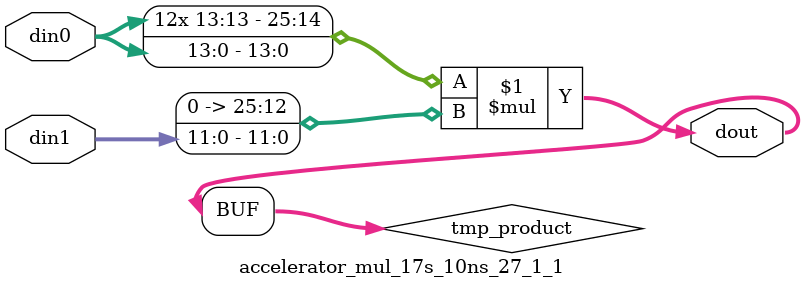
<source format=v>

`timescale 1 ns / 1 ps

  module accelerator_mul_17s_10ns_27_1_1(din0, din1, dout);
parameter ID = 1;
parameter NUM_STAGE = 0;
parameter din0_WIDTH = 14;
parameter din1_WIDTH = 12;
parameter dout_WIDTH = 26;

input [din0_WIDTH - 1 : 0] din0; 
input [din1_WIDTH - 1 : 0] din1; 
output [dout_WIDTH - 1 : 0] dout;

wire signed [dout_WIDTH - 1 : 0] tmp_product;












assign tmp_product = $signed(din0) * $signed({1'b0, din1});









assign dout = tmp_product;







endmodule

</source>
